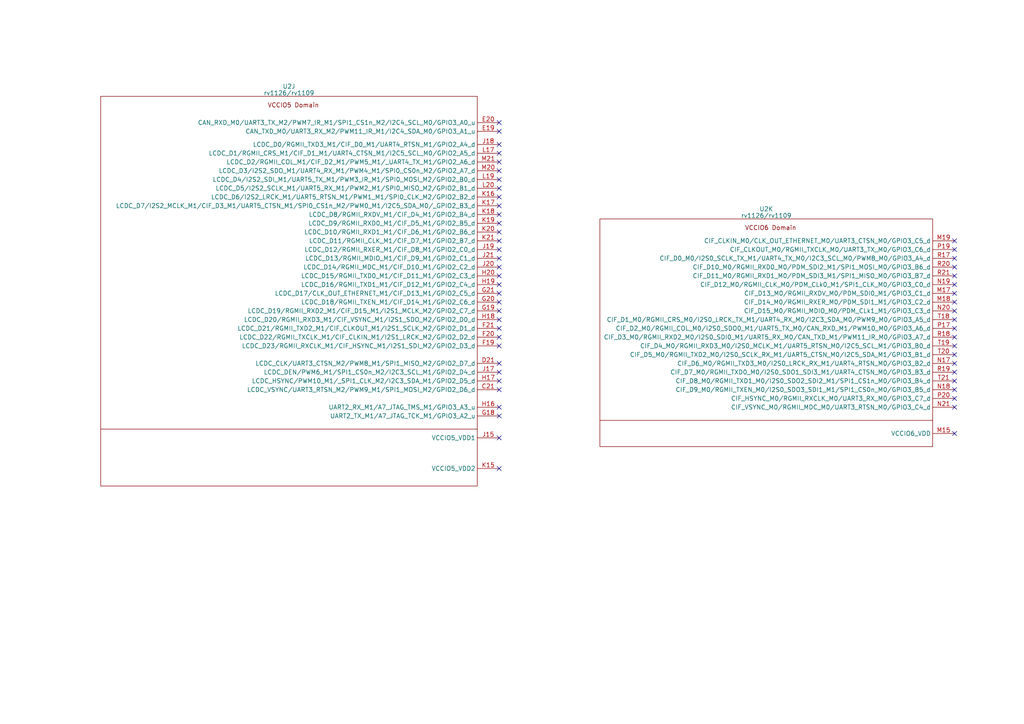
<source format=kicad_sch>
(kicad_sch (version 20230121) (generator eeschema)
  (paper "A4")
  (lib_symbols
    (symbol "CPU_Rockchip:rv1126_rv1109"
      (property "Reference" "U" (at -10.16 33.02 0))
      (property "Value" "rv1126/rv1109" (at 3.81 33.02 0))
      (symbol "rv1126_rv1109_1_1"
        (rectangle (start -17.78 31.75) (end 16.51 -35.56))
        (polyline (pts (xy -17.78 -26.67) (xy 16.51 -26.67)))
        (text "ARM/LOGIC/VEPU/NPU Power" (at -1.27 29.21 0) (effects (font (size 1.27 1.27))))
        (text "Supply for VCCIO1~7 Power" (at -3.81 -29.21 0) (effects (font (size 1.27 1.27))))
        (pin power_in line (at 22.86 -11.43 180) (length 6.35) (name "NPU_VDD_1") (number "H11"))
        (pin power_in line (at 22.86 -13.97 180) (length 6.35) (name "NPU_VDD_2") (number "H12"))
        (pin power_in line (at 22.86 13.97 180) (length 6.35) (name "LOGIC_VDD_2") (number "H13"))
        (pin power_in line (at 22.86 -33.02 180) (length 6.35) (name "VCCIO_VDD_1V8") (number "H14"))
        (pin power_in line (at 22.86 16.51 180) (length 6.35) (name "LOGIC_VDD_1") (number "H9"))
        (pin power_in line (at 22.86 -16.51 180) (length 6.35) (name "NPU_VDD_3") (number "J10"))
        (pin power_in line (at 22.86 -19.05 180) (length 6.35) (name "NPU_VDD_4") (number "J11"))
        (pin power_in line (at 22.86 8.89 180) (length 6.35) (name "LOGIC_VDD_4") (number "J13"))
        (pin power_in line (at 22.86 11.43 180) (length 6.35) (name "LOGIC_VDD_3") (number "J9"))
        (pin power_in line (at 22.86 -21.59 180) (length 6.35) (name "NPU_VDD_5") (number "K10"))
        (pin power_in line (at 22.86 -24.13 180) (length 6.35) (name "NPU_VDD_6") (number "K11"))
        (pin power_in line (at 22.86 6.35 180) (length 6.35) (name "LOGIC_VDD_5") (number "L10"))
        (pin power_in line (at 22.86 0 180) (length 6.35) (name "VEPU_VDD_1") (number "L9"))
        (pin power_in line (at 22.86 3.81 180) (length 6.35) (name "LOGIC_VDD_6") (number "M11"))
        (pin power_in line (at 22.86 -2.54 180) (length 6.35) (name "VEPU_VDD_2") (number "M9"))
        (pin power_in line (at 22.86 25.4 180) (length 6.35) (name "ARM_VDD_1") (number "N12"))
        (pin power_in line (at 22.86 -5.08 180) (length 6.35) (name "VEPU_VDD_3") (number "N8"))
        (pin power_in line (at 22.86 -7.62 180) (length 6.35) (name "VEPU_VDD_4") (number "N9"))
        (pin power_in line (at 22.86 22.86 180) (length 6.35) (name "ARM_VDD_2") (number "P12"))
        (pin power_in line (at 22.86 20.32 180) (length 6.35) (name "ARM_VDD_3") (number "P13"))
      )
      (symbol "rv1126_rv1109_2_1"
        (rectangle (start -19.05 30.48) (end 19.05 -114.3))
        (text "VSS/AVSS" (at 0 24.13 0) (effects (font (size 1.27 1.27))))
        (pin power_in line (at -25.4 27.94 0) (length 6.35) (name "VSS_1") (number "A1"))
        (pin power_in line (at 25.4 -97.79 180) (length 6.35) (name "AVSS_1") (number "A21"))
        (pin power_in line (at 25.4 -88.9 180) (length 6.35) (name "VSS_95") (number "AA1"))
        (pin power_in line (at 25.4 -91.44 180) (length 6.35) (name "VSS_96") (number "AA10"))
        (pin power_in line (at 25.4 -93.98 180) (length 6.35) (name "VSS_97") (number "AA21"))
        (pin power_in line (at -25.4 25.4 0) (length 6.35) (name "VSS_2") (number "B12"))
        (pin power_in line (at -25.4 15.24 0) (length 6.35) (name "VSS_6") (number "C10"))
        (pin power_in line (at -25.4 12.7 0) (length 6.35) (name "VSS_7") (number "C12"))
        (pin power_in line (at -25.4 22.86 0) (length 6.35) (name "VSS_3") (number "C3"))
        (pin power_in line (at -25.4 20.32 0) (length 6.35) (name "VSS_4") (number "C5"))
        (pin power_in line (at -25.4 17.78 0) (length 6.35) (name "VSS_5") (number "C7"))
        (pin power_in line (at -25.4 7.62 0) (length 6.35) (name "VSS_9") (number "D12"))
        (pin power_in line (at 25.4 -100.33 180) (length 6.35) (name "AVSS_2") (number "D18"))
        (pin power_in line (at -25.4 10.16 0) (length 6.35) (name "VSS_8") (number "D9"))
        (pin power_in line (at -25.4 -6.35 0) (length 6.35) (name "VSS_14") (number "E10"))
        (pin power_in line (at -25.4 -8.89 0) (length 6.35) (name "VSS_15") (number "E11"))
        (pin power_in line (at -25.4 -11.43 0) (length 6.35) (name "VSS_16") (number "E12"))
        (pin power_in line (at -25.4 5.08 0) (length 6.35) (name "VSS_10") (number "E4"))
        (pin power_in line (at -25.4 1.27 0) (length 6.35) (name "VSS_11") (number "E6"))
        (pin power_in line (at -25.4 -1.27 0) (length 6.35) (name "VSS_12") (number "E8"))
        (pin power_in line (at -25.4 -3.81 0) (length 6.35) (name "VSS_13") (number "E9"))
        (pin power_in line (at -25.4 -27.94 0) (length 6.35) (name "VSS_22") (number "F10"))
        (pin power_in line (at -25.4 -30.48 0) (length 6.35) (name "VSS_23") (number "F11"))
        (pin power_in line (at -25.4 -33.02 0) (length 6.35) (name "VSS_24") (number "F12"))
        (pin power_in line (at -25.4 -35.56 0) (length 6.35) (name "VSS_25") (number "F13"))
        (pin power_in line (at 25.4 -102.87 180) (length 6.35) (name "AVSS_3") (number "F14"))
        (pin power_in line (at 25.4 -105.41 180) (length 6.35) (name "AVSS_4") (number "F15"))
        (pin power_in line (at -25.4 -13.97 0) (length 6.35) (name "VSS_17") (number "F3"))
        (pin power_in line (at -25.4 -16.51 0) (length 6.35) (name "VSS_18") (number "F5"))
        (pin power_in line (at -25.4 -19.05 0) (length 6.35) (name "VSS_19") (number "F7"))
        (pin power_in line (at -25.4 -21.59 0) (length 6.35) (name "VSS_20") (number "F8"))
        (pin power_in line (at -25.4 -25.4 0) (length 6.35) (name "VSS_21") (number "F9"))
        (pin power_in line (at -25.4 -45.72 0) (length 6.35) (name "VSS_29") (number "G10"))
        (pin power_in line (at -25.4 -48.26 0) (length 6.35) (name "VSS_30") (number "G11"))
        (pin power_in line (at -25.4 -52.07 0) (length 6.35) (name "VSS_31") (number "G12"))
        (pin power_in line (at -25.4 -54.61 0) (length 6.35) (name "VSS_32") (number "G13"))
        (pin power_in line (at 25.4 -107.95 180) (length 6.35) (name "AVSS_5") (number "G16"))
        (pin power_in line (at 25.4 -110.49 180) (length 6.35) (name "AVSS_6") (number "G17"))
        (pin power_in line (at -25.4 -38.1 0) (length 6.35) (name "VSS_26") (number "G2"))
        (pin power_in line (at -25.4 -40.64 0) (length 6.35) (name "VSS_27") (number "G5"))
        (pin power_in line (at -25.4 -43.18 0) (length 6.35) (name "VSS_28") (number "G6"))
        (pin power_in line (at -25.4 -67.31 0) (length 6.35) (name "VSS_37") (number "H10"))
        (pin power_in line (at -25.4 -69.85 0) (length 6.35) (name "VSS_38") (number "H15"))
        (pin power_in line (at -25.4 -57.15 0) (length 6.35) (name "VSS_33") (number "H4"))
        (pin power_in line (at -25.4 -59.69 0) (length 6.35) (name "VSS_34") (number "H5"))
        (pin power_in line (at -25.4 -62.23 0) (length 6.35) (name "VSS_35") (number "H6"))
        (pin power_in line (at -25.4 -64.77 0) (length 6.35) (name "VSS_36") (number "H7"))
        (pin power_in line (at -25.4 -78.74 0) (length 6.35) (name "VSS_41") (number "J12"))
        (pin power_in line (at -25.4 -81.28 0) (length 6.35) (name "VSS_42") (number "J14"))
        (pin power_in line (at -25.4 -83.82 0) (length 6.35) (name "VSS_43") (number "J16"))
        (pin power_in line (at -25.4 -72.39 0) (length 6.35) (name "VSS_39") (number "J5"))
        (pin power_in line (at -25.4 -74.93 0) (length 6.35) (name "VSS_40") (number "J6"))
        (pin power_in line (at -25.4 -96.52 0) (length 6.35) (name "VSS_48") (number "K12"))
        (pin power_in line (at -25.4 -99.06 0) (length 6.35) (name "VSS_49") (number "K13"))
        (pin power_in line (at -25.4 -101.6 0) (length 6.35) (name "VSS_50") (number "K14"))
        (pin power_in line (at -25.4 -86.36 0) (length 6.35) (name "VSS_44") (number "K5"))
        (pin power_in line (at -25.4 -88.9 0) (length 6.35) (name "VSS_45") (number "K6"))
        (pin power_in line (at -25.4 -91.44 0) (length 6.35) (name "VSS_46") (number "K8"))
        (pin power_in line (at -25.4 -93.98 0) (length 6.35) (name "VSS_47") (number "K9"))
        (pin power_in line (at 25.4 20.32 180) (length 6.35) (name "VSS_54") (number "L11"))
        (pin power_in line (at 25.4 17.78 180) (length 6.35) (name "VSS_55") (number "L12"))
        (pin power_in line (at 25.4 15.24 180) (length 6.35) (name "VSS_56") (number "L13"))
        (pin power_in line (at 25.4 12.7 180) (length 6.35) (name "VSS_57") (number "L14"))
        (pin power_in line (at 25.4 10.16 180) (length 6.35) (name "VSS_58") (number "L16"))
        (pin power_in line (at 25.4 27.94 180) (length 6.35) (name "VSS_51") (number "L2"))
        (pin power_in line (at 25.4 25.4 180) (length 6.35) (name "VSS_52") (number "L5"))
        (pin power_in line (at 25.4 22.86 180) (length 6.35) (name "VSS_53") (number "L6"))
        (pin power_in line (at 25.4 -3.81 180) (length 6.35) (name "VSS_63") (number "M10"))
        (pin power_in line (at 25.4 -6.35 180) (length 6.35) (name "VSS_64") (number "M12"))
        (pin power_in line (at 25.4 -8.89 180) (length 6.35) (name "VSS_65") (number "M13"))
        (pin power_in line (at 25.4 -11.43 180) (length 6.35) (name "VSS_66") (number "M14"))
        (pin power_in line (at 25.4 -13.97 180) (length 6.35) (name "VSS_67") (number "M16"))
        (pin power_in line (at 25.4 7.62 180) (length 6.35) (name "VSS_59") (number "M3"))
        (pin power_in line (at 25.4 5.08 180) (length 6.35) (name "VSS_60") (number "M5"))
        (pin power_in line (at 25.4 1.27 180) (length 6.35) (name "VSS_61") (number "M7"))
        (pin power_in line (at 25.4 -1.27 180) (length 6.35) (name "VSS_62") (number "M8"))
        (pin power_in line (at 25.4 -25.4 180) (length 6.35) (name "VSS_71") (number "N10"))
        (pin power_in line (at 25.4 -27.94 180) (length 6.35) (name "VSS_72") (number "N11"))
        (pin power_in line (at 25.4 -30.48 180) (length 6.35) (name "VSS_73") (number "N13"))
        (pin power_in line (at 25.4 -33.02 180) (length 6.35) (name "VSS_74") (number "N14"))
        (pin power_in line (at 25.4 -35.56 180) (length 6.35) (name "VSS_75") (number "N16"))
        (pin power_in line (at 25.4 -16.51 180) (length 6.35) (name "VSS_68") (number "N5"))
        (pin power_in line (at 25.4 -19.05 180) (length 6.35) (name "VSS_69") (number "N6"))
        (pin power_in line (at 25.4 -21.59 180) (length 6.35) (name "VSS_70") (number "N7"))
        (pin power_in line (at 25.4 -48.26 180) (length 6.35) (name "VSS_80") (number "P14"))
        (pin power_in line (at 25.4 -50.8 180) (length 6.35) (name "VSS_81") (number "P16"))
        (pin power_in line (at 25.4 -38.1 180) (length 6.35) (name "VSS_76") (number "P5"))
        (pin power_in line (at 25.4 -40.64 180) (length 6.35) (name "VSS_77") (number "P7"))
        (pin power_in line (at 25.4 -43.18 180) (length 6.35) (name "VSS_78") (number "P8"))
        (pin power_in line (at 25.4 -45.72 180) (length 6.35) (name "VSS_79") (number "P9"))
        (pin power_in line (at 25.4 -54.61 180) (length 6.35) (name "VSS_82") (number "R1"))
        (pin power_in line (at 25.4 -59.69 180) (length 6.35) (name "VSS_84") (number "R12"))
        (pin power_in line (at 25.4 -62.23 180) (length 6.35) (name "VSS_85") (number "R13"))
        (pin power_in line (at 25.4 -64.77 180) (length 6.35) (name "VSS_86") (number "R14"))
        (pin power_in line (at 25.4 -57.15 180) (length 6.35) (name "VSS_83") (number "R5"))
        (pin power_in line (at 25.4 -72.39 180) (length 6.35) (name "VSS_89") (number "T10"))
        (pin power_in line (at 25.4 -74.93 180) (length 6.35) (name "VSS_90") (number "T14"))
        (pin power_in line (at 25.4 -77.47 180) (length 6.35) (name "VSS_91") (number "T17"))
        (pin power_in line (at 25.4 -67.31 180) (length 6.35) (name "VSS_87") (number "T6"))
        (pin power_in line (at 25.4 -69.85 180) (length 6.35) (name "VSS_88") (number "T9"))
        (pin power_in line (at 25.4 -81.28 180) (length 6.35) (name "VSS_92") (number "V17"))
        (pin power_in line (at 25.4 -86.36 180) (length 6.35) (name "VSS_94") (number "W14"))
        (pin power_in line (at 25.4 -83.82 180) (length 6.35) (name "VSS_93") (number "W9"))
      )
      (symbol "rv1126_rv1109_3_1"
        (rectangle (start -15.24 29.21) (end 15.24 -8.89))
        (polyline (pts (xy -15.24 5.08) (xy 15.24 5.08)))
        (polyline (pts (xy -15.24 13.97) (xy 15.24 13.97)))
        (text "MISC" (at -13.97 2.54 0) (effects (font (size 1.27 1.27)) (justify left)))
        (text "OSC/PLL" (at -13.97 26.67 0) (effects (font (size 1.27 1.27)) (justify left)))
        (text "PMUIO" (at -13.97 11.43 0) (effects (font (size 1.27 1.27)) (justify left)))
        (pin output line (at 21.59 22.86 180) (length 6.35) (name "XIN24M") (number "AA9"))
        (pin power_in line (at 21.59 10.16 180) (length 6.35) (name "PMUIO_VDD_0V8") (number "P10"))
        (pin power_in line (at 21.59 19.05 180) (length 6.35) (name "PLL_AVDD_0V8") (number "P11"))
        (pin power_in line (at 21.59 7.62 180) (length 6.35) (name "PMUIO_VDD_1V8") (number "R10"))
        (pin power_in line (at 21.59 16.51 180) (length 6.35) (name "PLL_AVDD_1V8") (number "R11"))
        (pin power_in line (at 21.59 1.27 180) (length 6.35) (name "TVSS") (number "T8"))
        (pin input line (at 21.59 -2.54 180) (length 6.35) (name "nPOR_u") (number "W7"))
        (pin output line (at 21.59 25.4 180) (length 6.35) (name "XOUT24M") (number "Y9"))
      )
      (symbol "rv1126_rv1109_4_1"
        (rectangle (start -26.67 21.59) (end 26.67 -24.13))
        (polyline (pts (xy -26.67 -17.78) (xy 26.67 -17.78)))
        (text "PMUIO0 Domain" (at 1.27 19.05 0) (effects (font (size 1.27 1.27))))
        (pin bidirectional line (at 33.02 -1.27 180) (length 6.35) (name "SPI0_CS0n_M0/GPIO0_A5_u") (number "AA2"))
        (pin bidirectional line (at 33.02 15.24 180) (length 6.35) (name "CLKI_CLKO_32K/GPIO0_A2_z") (number "AA3"))
        (pin power_in line (at 33.02 -21.59 180) (length 6.35) (name "PMUIO0_VDD") (number "R9"))
        (pin bidirectional line (at 33.02 7.62 180) (length 6.35) (name "SDMMC0_DET/GPIO0_A3_u") (number "U7"))
        (pin bidirectional line (at 33.02 -8.89 180) (length 6.35) (name "SPI0_MOSI_M0/GPIO0_A6_d") (number "V6"))
        (pin bidirectional line (at 33.02 -3.81 180) (length 6.35) (name "SPI0_CS1n_M0/GPIO0_A4_u") (number "V7"))
        (pin bidirectional line (at 33.02 -6.35 180) (length 6.35) (name "SPI0_MISO_M0/GPIO0_A7_d") (number "W5"))
        (pin bidirectional line (at 33.02 12.7 180) (length 6.35) (name "CLK_REF/GPIO0_A0_d") (number "W6"))
        (pin bidirectional line (at 33.02 1.27 180) (length 6.35) (name "SPI0_CLK_M0/GPIO0_B0_d") (number "Y4"))
        (pin bidirectional line (at 33.02 -13.97 180) (length 6.35) (name "TSADC_SHUT_M0/TSADC_SHUTORG/GPIO0_A1_z") (number "Y5"))
      )
      (symbol "rv1126_rv1109_5_1"
        (rectangle (start -35.56 25.4) (end 33.02 -27.94))
        (polyline (pts (xy -35.56 -20.32) (xy 33.02 -20.32)))
        (text "PMUIO1 Domain" (at 0 22.86 0) (effects (font (size 1.27 1.27))))
        (pin bidirectional line (at 39.37 -5.08 180) (length 6.35) (name "USB_CTRL/PMU_DEBUG/UART1_CTSN_M0/PWM3_IR_M0/GPIO0_C1_d") (number "AA4"))
        (pin bidirectional line (at 39.37 7.62 180) (length 6.35) (name "I2C2_SCL/PWM4_M0/GPIO0_C2_d") (number "AA6"))
        (pin bidirectional line (at 39.37 13.97 180) (length 6.35) (name "I2C0_SCL/GPIO0_B4_u") (number "AA7"))
        (pin power_in line (at 39.37 -24.13 180) (length 6.35) (name "PMUIO1_VDD") (number "R8"))
        (pin bidirectional line (at 39.37 -8.89 180) (length 6.35) (name "SDMMC0_PWM/UART1_RTSN_M0/PWM2_M0/GPIO0_C0_d") (number "U9"))
        (pin bidirectional line (at 39.37 -13.97 180) (length 6.35) (name "UART1_RX_M0/PWM1_M0/GPIO0_B7_d") (number "V9"))
        (pin bidirectional line (at 39.37 1.27 180) (length 6.35) (name "PMIC_INT/PWM7_IR_M0/GPIO0_B1_d") (number "W10"))
        (pin bidirectional line (at 39.37 -16.51 180) (length 6.35) (name "UART1_TX_M0/PWM0_M0/GPIO0_B6_d") (number "W8"))
        (pin bidirectional line (at 39.37 -1.27 180) (length 6.35) (name "PMIC_SLEEP/TSADC_SHUT_M1/PWM6_M0/GPIO0_B2_d") (number "Y10"))
        (pin bidirectional line (at 39.37 5.08 180) (length 6.35) (name "I2C2_SDA/PWM5_M0/GPIO0_C3_d") (number "Y6"))
        (pin bidirectional line (at 39.37 11.43 180) (length 6.35) (name "I2C0_SDA/GPIO0_B5_u") (number "Y7"))
        (pin bidirectional line (at 39.37 17.78 180) (length 6.35) (name "FLASH_VOL_SEL/GPIO0_B3_d") (number "Y8"))
      )
      (symbol "rv1126_rv1109_6_1"
        (rectangle (start -26.67 24.13) (end 26.67 -30.48))
        (polyline (pts (xy -26.67 -24.13) (xy 26.67 -24.13)))
        (text "VCCIO1 Domain" (at -1.27 21.59 0) (effects (font (size 1.27 1.27))))
        (pin power_in line (at 33.02 -27.94 180) (length 6.35) (name "VCCIO1_VDD") (number "P6"))
        (pin bidirectional line (at 33.02 -12.7 180) (length 6.35) (name "FLASH_RDYn/FSPI_D1/I2S1_SCLK_M0/GPIO1_A1_u") (number "R2"))
        (pin bidirectional line (at 33.02 -7.62 180) (length 6.35) (name "FLASH_WPn/EMMC_RSTn/FSPI_CLK/GPIO1_A3_d") (number "R3"))
        (pin bidirectional line (at 33.02 -17.78 180) (length 6.35) (name "FLASH_RDn/FSPI_D3/I2S1_SDI_M0/GPIO1_A2_u") (number "R4"))
        (pin bidirectional line (at 33.02 -5.08 180) (length 6.35) (name "FLASH_CLE/EMMC_CLKO/GPIO0_D7_d") (number "T1"))
        (pin bidirectional line (at 33.02 -10.16 180) (length 6.35) (name "FLASH_ALE/FSPI_D0/I2S1_LRCK_M0/GPIO1_A0_d") (number "T2"))
        (pin bidirectional line (at 33.02 -15.24 180) (length 6.35) (name "FSPI_D2/I2S1_SDO_M0/GPIO0_D6_d") (number "T3"))
        (pin bidirectional line (at 33.02 -2.54 180) (length 6.35) (name "FLASH_WRn/EMMC_CMD/GPIO0_D5_u") (number "T4"))
        (pin bidirectional line (at 33.02 -20.32 180) (length 6.35) (name "FLASH_CS0n/FSPI_CS0n/I2S1_MCLK_M0/GPIO0_D4_u") (number "U2"))
        (pin bidirectional line (at 33.02 0 180) (length 6.35) (name "FLASH_D7/EMMC_D7/GPIO0_D3_u") (number "U3"))
        (pin bidirectional line (at 33.02 2.54 180) (length 6.35) (name "FLASH_D6/EMMC_D6/GPIO0_D2_u") (number "U4"))
        (pin bidirectional line (at 33.02 5.08 180) (length 6.35) (name "FLASH_D5/EMMC_D5/FSPI_CS1n/GPIO0_D1_u") (number "V1"))
        (pin bidirectional line (at 33.02 7.62 180) (length 6.35) (name "FLASH_D4/EMMC_D4/GPIO0_D0_u") (number "V2"))
        (pin bidirectional line (at 33.02 10.16 180) (length 6.35) (name "FLASH_D3/EMMC_D3/GPIO0_C7_u") (number "V3"))
        (pin bidirectional line (at 33.02 12.7 180) (length 6.35) (name "FLASH_D2/EMMC_D2/GPIO0_C6_u") (number "V4"))
        (pin bidirectional line (at 33.02 15.24 180) (length 6.35) (name "FLASH_D1/EMMC_D1/GPIO0_C5_u") (number "W1"))
        (pin bidirectional line (at 33.02 17.78 180) (length 6.35) (name "FLASH_D0/EMMC_D0/GPIO0_C4_u") (number "W2"))
      )
      (symbol "rv1126_rv1109_7_1"
        (rectangle (start -39.37 24.13) (end 38.1 -7.62))
        (polyline (pts (xy -39.37 0) (xy 38.1 0)))
        (text "VCCIO2 Domain" (at 0 21.59 0) (effects (font (size 1.27 1.27))))
        (pin bidirectional line (at 44.45 17.78 180) (length 6.35) (name "SDMMC0_CLK/UART3_RTSN_M1/RISC-V_JTAG_TDO/GPIO1_B0_u") (number "AA13"))
        (pin power_in line (at 44.45 -3.81 180) (length 6.35) (name "VCCIO2_VDD") (number "T13"))
        (pin bidirectional line (at 44.45 5.08 180) (length 6.35) (name "SDMMC0_D3/UART3_TX_M1/A7_JTAG_TMS_M0/RISC-V_JTAG_TMS/GPIO1_A7_u") (number "U13"))
        (pin bidirectional line (at 44.45 7.62 180) (length 6.35) (name "SDMMC0_D2/UART3_RX_M1/A7_JTAG_TCK_M0/RISC-V_JTAG_TCK/GPIO1_A6_u") (number "V13"))
        (pin bidirectional line (at 44.45 10.16 180) (length 6.35) (name "SDMMC0_D1/TEST_CLK0_OUT/UART2_TX_M0/RISC-V_JTAG_TRSTn/GPIO1_A5_u") (number "W13"))
        (pin bidirectional line (at 44.45 15.24 180) (length 6.35) (name "SDMMC0_CMD/UART3_CTSN_M1/RISC-V_JTAG_TDI/GPIO1_B1_u") (number "Y13"))
        (pin bidirectional line (at 44.45 12.7 180) (length 6.35) (name "SDMMC0_D0/TEST_CLK1_OUT/UART2_RX_M0/GPIO1_A4_u") (number "Y14"))
      )
      (symbol "rv1126_rv1109_8_1"
        (rectangle (start -40.64 16.51) (end 40.64 -38.1))
        (polyline (pts (xy -40.64 -31.75) (xy 40.64 -31.75)))
        (text "VCCIO3 Domain" (at 2.54 13.97 0) (effects (font (size 1.27 1.27))))
        (pin bidirectional line (at 46.99 -19.05 180) (length 6.35) (name "SDIO_PWR/I2C5_SDA_M2/UART1_RX_M1/GPIO1_D1_d") (number "A13"))
        (pin bidirectional line (at 46.99 -21.59 180) (length 6.35) (name "UART0_CTSn/GPIO1_C1_u") (number "A15"))
        (pin bidirectional line (at 46.99 -6.35 180) (length 6.35) (name "SDIO_CMD/GPIO1_B3_u") (number "A16"))
        (pin bidirectional line (at 46.99 6.35 180) (length 6.35) (name "I2S2_MCLK_M0/SDIO_DET/SPI1_CS1n_M1/I2C5_SCL_M2/UART1_TX_M1/GPIO1_D0_d") (number "B13"))
        (pin bidirectional line (at 46.99 -1.27 180) (length 6.35) (name "I2S2_SDO_M0/SPI1_MOSI_M1/FLASH_TRIG_OUT/GPIO1_C4_d") (number "B14"))
        (pin bidirectional line (at 46.99 -24.13 180) (length 6.35) (name "UART0_RTSn/GPIO1_C0_u") (number "B15"))
        (pin bidirectional line (at 46.99 -8.89 180) (length 6.35) (name "SDIO_D0/GPIO1_B4_u") (number "B16"))
        (pin bidirectional line (at 46.99 8.89 180) (length 6.35) (name "I2S2_LRCK_M0/SPI1_CS0n_M1/UART1_CTSn_M1/GPIO1_C7_d") (number "C13"))
        (pin bidirectional line (at 46.99 -29.21 180) (length 6.35) (name "UART0_TX/GPIO1_C3_u") (number "C14"))
        (pin bidirectional line (at 46.99 -16.51 180) (length 6.35) (name "SDIO_D3/GPIO1_B7_u") (number "C15"))
        (pin bidirectional line (at 46.99 -11.43 180) (length 6.35) (name "SDIO_D1/GPIO1_B5_u") (number "C16"))
        (pin bidirectional line (at 46.99 3.81 180) (length 6.35) (name "I2S2_SCLK_M0/SPI1_CLK_M1/PRELIGHT_TRIG_OUT/UART1_RTSn_M1/_GPIO1_C6_d") (number "D13"))
        (pin bidirectional line (at 46.99 -26.67 180) (length 6.35) (name "UART0_RX/GPIO1_C2_u") (number "D14"))
        (pin bidirectional line (at 46.99 -13.97 180) (length 6.35) (name "SDIO_D2/GPIO1_B6_u") (number "D15"))
        (pin bidirectional line (at 46.99 -3.81 180) (length 6.35) (name "SDIO_CLK/GPIO1_B2_d") (number "D16"))
        (pin bidirectional line (at 46.99 1.27 180) (length 6.35) (name "I2S2_SDI_M0/SPI1_MISO_M1/FLASH_TRIG_IN/GPIO1_C5_d") (number "E13"))
        (pin power_in line (at 46.99 -35.56 180) (length 6.35) (name "VCCIO3_VDD") (number "E14"))
      )
      (symbol "rv1126_rv1109_9_1"
        (rectangle (start -30.48 24.13) (end 30.48 -15.24))
        (polyline (pts (xy -30.48 -8.89) (xy 30.48 -8.89)))
        (text "VCCIO4 Domain" (at 1.27 21.59 0) (effects (font (size 1.27 1.27))))
        (pin power_in line (at 36.83 -12.7 180) (length 6.35) (name "VCCIO4_VDD") (number "P15"))
        (pin bidirectional line (at 36.83 -1.27 180) (length 6.35) (name "SPI0_MISO_M1/I2S1_LRCK_M1/I2C3_SDA_M2/GPIO1_D7_d") (number "U18"))
        (pin bidirectional line (at 36.83 3.81 180) (length 6.35) (name "SPI0_CS0n_M1/I2S1_SDI_M1/UART5_TX_M2/GPIO2_A0_d") (number "U19"))
        (pin bidirectional line (at 36.83 6.35 180) (length 6.35) (name "SPI0_CLK_M1/I2S1_SDO_M1/UART5_RX_M2/GPIO2_A1_d") (number "U20"))
        (pin bidirectional line (at 36.83 -3.81 180) (length 6.35) (name "SPI0_MOSI_M1/I2S1_SCLK_M1/I2C3_SCL_M2/GPIO1_D6_d") (number "V19"))
        (pin bidirectional line (at 36.83 1.27 180) (length 6.35) (name "SPI0_CS1n_M1/I2S1_MCLK_M1/UART4_TX_M2/GPIO1_D5_d") (number "V20"))
        (pin bidirectional line (at 36.83 11.43 180) (length 6.35) (name "MIPI_CSI_CLK0/UART5_CTSN_M2/GPIO2_A3_d") (number "V21"))
        (pin bidirectional line (at 36.83 13.97 180) (length 6.35) (name "I2C1_SDA/UART4_RTSN_M2/GPIO1_D2_u") (number "W19"))
        (pin bidirectional line (at 36.83 -6.35 180) (length 6.35) (name "UART4_RX_M2/GPIO1_D4_d") (number "W20"))
        (pin bidirectional line (at 36.83 8.89 180) (length 6.35) (name "MIPI_CSI_CLK1/UART5_RTSN_M2/GPIO2_A2_d") (number "W21"))
        (pin bidirectional line (at 36.83 16.51 180) (length 6.35) (name "I2C1_SCL/UART4_CTSN_M2/GPIO1_D3_u") (number "Y21"))
      )
      (symbol "rv1126_rv1109_10_1"
        (rectangle (start -54.61 29.21) (end 54.61 -83.82))
        (polyline (pts (xy -54.61 -67.31) (xy 54.61 -67.31)))
        (text "VCCIO5 Domain" (at 1.27 26.67 0) (effects (font (size 1.27 1.27))))
        (pin bidirectional line (at 60.96 -55.88 180) (length 6.35) (name "LCDC_VSYNC/UART3_RTSN_M2/PWM9_M1/SPI1_MOSI_M2/GPIO2_D6_d") (number "C21"))
        (pin bidirectional line (at 60.96 -48.26 180) (length 6.35) (name "LCDC_CLK/UART3_CTSN_M2/PWM8_M1/SPI1_MISO_M2/GPIO2_D7_d") (number "D21"))
        (pin bidirectional line (at 60.96 19.05 180) (length 6.35) (name "CAN_TXD_M0/UART3_RX_M2/PWM11_IR_M1/I2C4_SDA_M0/GPIO3_A1_u") (number "E19"))
        (pin bidirectional line (at 60.96 21.59 180) (length 6.35) (name "CAN_RXD_M0/UART3_TX_M2/PWM7_IR_M1/SPI1_CS1n_M2/I2C4_SCL_M0/GPIO3_A0_u") (number "E20"))
        (pin bidirectional line (at 60.96 -43.18 180) (length 6.35) (name "LCDC_D23/RGMII_RXCLK_M1/CIF_HSYNC_M1/I2S1_SDI_M2/GPIO2_D3_d") (number "F19"))
        (pin bidirectional line (at 60.96 -40.64 180) (length 6.35) (name "LCDC_D22/RGMII_TXCLK_M1/CIF_CLKIN_M1/I2S1_LRCK_M2/GPIO2_D2_d") (number "F20"))
        (pin bidirectional line (at 60.96 -38.1 180) (length 6.35) (name "LCDC_D21/RGMII_TXD2_M1/CIF_CLKOUT_M1/I2S1_SCLK_M2/GPIO2_D1_d") (number "F21"))
        (pin bidirectional line (at 60.96 -63.5 180) (length 6.35) (name "UART2_TX_M1/A7_JTAG_TCK_M1/GPIO3_A2_u") (number "G18"))
        (pin bidirectional line (at 60.96 -33.02 180) (length 6.35) (name "LCDC_D19/RGMII_RXD2_M1/CIF_D15_M1/I2S1_MCLK_M2/GPIO2_C7_d") (number "G19"))
        (pin bidirectional line (at 60.96 -30.48 180) (length 6.35) (name "LCDC_D18/RGMII_TXEN_M1/CIF_D14_M1/GPIO2_C6_d") (number "G20"))
        (pin bidirectional line (at 60.96 -27.94 180) (length 6.35) (name "LCDC_D17/CLK_OUT_ETHERNET_M1/CIF_D13_M1/GPIO2_C5_d") (number "G21"))
        (pin bidirectional line (at 60.96 -60.96 180) (length 6.35) (name "UART2_RX_M1/A7_JTAG_TMS_M1/GPIO3_A3_u") (number "H16"))
        (pin bidirectional line (at 60.96 -53.34 180) (length 6.35) (name "LCDC_HSYNC/PWM10_M1/_SPI1_CLK_M2/I2C3_SDA_M1/GPIO2_D5_d") (number "H17"))
        (pin bidirectional line (at 60.96 -35.56 180) (length 6.35) (name "LCDC_D20/RGMII_RXD3_M1/CIF_VSYNC_M1/I2S1_SDO_M2/GPIO2_D0_d") (number "H18"))
        (pin bidirectional line (at 60.96 -25.4 180) (length 6.35) (name "LCDC_D16/RGMII_TXD1_M1/CIF_D12_M1/GPIO2_C4_d") (number "H19"))
        (pin bidirectional line (at 60.96 -22.86 180) (length 6.35) (name "LCDC_D15/RGMII_TXD0_M1/CIF_D11_M1/GPIO2_C3_d") (number "H20"))
        (pin power_in line (at 60.96 -69.85 180) (length 6.35) (name "VCCIO5_VDD1") (number "J15"))
        (pin bidirectional line (at 60.96 -50.8 180) (length 6.35) (name "LCDC_DEN/PWM6_M1/SPI1_CS0n_M2/I2C3_SCL_M1/GPIO2_D4_d") (number "J17"))
        (pin bidirectional line (at 60.96 15.24 180) (length 6.35) (name "LCDC_D0/RGMII_TXD3_M1/CIF_D0_M1/UART4_RTSN_M1/GPIO2_A4_d") (number "J18"))
        (pin bidirectional line (at 60.96 -15.24 180) (length 6.35) (name "LCDC_D12/RGMII_RXER_M1/CIF_D8_M1/GPIO2_C0_d") (number "J19"))
        (pin bidirectional line (at 60.96 -20.32 180) (length 6.35) (name "LCDC_D14/RGMII_MDC_M1/CIF_D10_M1/GPIO2_C2_d") (number "J20"))
        (pin bidirectional line (at 60.96 -17.78 180) (length 6.35) (name "LCDC_D13/RGMII_MDIO_M1/CIF_D9_M1/GPIO2_C1_d") (number "J21"))
        (pin power_in line (at 60.96 -78.74 180) (length 6.35) (name "VCCIO5_VDD2") (number "K15"))
        (pin bidirectional line (at 60.96 0 180) (length 6.35) (name "LCDC_D6/I2S2_LRCK_M1/UART5_RTSN_M1/PWM1_M1/SPI0_CLK_M2/GPIO2_B2_d") (number "K16"))
        (pin bidirectional line (at 60.96 -2.54 180) (length 6.35) (name "LCDC_D7/I2S2_MCLK_M1/CIF_D3_M1/UART5_CTSN_M1/SPI0_CS1n_M2/PWM0_M1/I2C5_SDA_M0/_GPIO2_B3_d") (number "K17"))
        (pin bidirectional line (at 60.96 -5.08 180) (length 6.35) (name "LCDC_D8/RGMII_RXDV_M1/CIF_D4_M1/GPIO2_B4_d") (number "K18"))
        (pin bidirectional line (at 60.96 -7.62 180) (length 6.35) (name "LCDC_D9/RGMII_RXD0_M1/CIF_D5_M1/GPIO2_B5_d") (number "K19"))
        (pin bidirectional line (at 60.96 -10.16 180) (length 6.35) (name "LCDC_D10/RGMII_RXD1_M1/CIF_D6_M1/GPIO2_B6_d") (number "K20"))
        (pin bidirectional line (at 60.96 -12.7 180) (length 6.35) (name "LCDC_D11/RGMII_CLK_M1/CIF_D7_M1/GPIO2_B7_d") (number "K21"))
        (pin bidirectional line (at 60.96 12.7 180) (length 6.35) (name "LCDC_D1/RGMII_CRS_M1/CIF_D1_M1/UART4_CTSN_M1/I2C5_SCL_M0/GPIO2_A5_d") (number "L17"))
        (pin bidirectional line (at 60.96 5.08 180) (length 6.35) (name "LCDC_D4/I2S2_SDI_M1/UART5_TX_M1/PWM3_IR_M1/SPI0_MOSI_M2/GPIO2_B0_d") (number "L19"))
        (pin bidirectional line (at 60.96 2.54 180) (length 6.35) (name "LCDC_D5/I2S2_SCLK_M1/UART5_RX_M1/PWM2_M1/SPI0_MISO_M2/GPIO2_B1_d") (number "L20"))
        (pin bidirectional line (at 60.96 7.62 180) (length 6.35) (name "LCDC_D3/I2S2_SDO_M1/UART4_RX_M1/PWM4_M1/SPI0_CS0n_M2/GPIO2_A7_d") (number "M20"))
        (pin bidirectional line (at 60.96 10.16 180) (length 6.35) (name "LCDC_D2/RGMII_COL_M1/CIF_D2_M1/PWM5_M1/_UART4_TX_M1/GPIO2_A6_d") (number "M21"))
      )
      (symbol "rv1126_rv1109_11_1"
        (rectangle (start -48.26 26.67) (end 48.26 -39.37))
        (polyline (pts (xy -48.26 -31.75) (xy 48.26 -31.75)))
        (text "VCCIO6 Domain" (at 1.27 24.13 0) (effects (font (size 1.27 1.27))))
        (pin power_in line (at 54.61 -35.56 180) (length 6.35) (name "VCCIO6_VDD") (number "M15"))
        (pin bidirectional line (at 54.61 5.08 180) (length 6.35) (name "CIF_D13_M0/RGMII_RXDV_M0/PDM_SDI0_M1/GPIO3_C1_d") (number "M17"))
        (pin bidirectional line (at 54.61 2.54 180) (length 6.35) (name "CIF_D14_M0/RGMII_RXER_M0/PDM_SDI1_M1/GPIO3_C2_d") (number "M18"))
        (pin bidirectional line (at 54.61 20.32 180) (length 6.35) (name "CIF_CLKIN_M0/CLK_OUT_ETHERNET_M0/UART3_CTSN_M0/GPIO3_C5_d") (number "M19"))
        (pin bidirectional line (at 54.61 -15.24 180) (length 6.35) (name "CIF_D6_M0/RGMII_TXD3_M0/I2S0_LRCK_RX_M1/UART4_RTSN_M0/GPIO3_B2_d") (number "N17"))
        (pin bidirectional line (at 54.61 -22.86 180) (length 6.35) (name "CIF_D9_M0/RGMII_TXEN_M0/I2S0_SDO3_SDI1_M1/SPI1_CS0n_M0/GPIO3_B5_d") (number "N18"))
        (pin bidirectional line (at 54.61 7.62 180) (length 6.35) (name "CIF_D12_M0/RGMII_CLK_M0/PDM_CLk0_M1/SPI1_CLK_M0/GPIO3_C0_d") (number "N19"))
        (pin bidirectional line (at 54.61 0 180) (length 6.35) (name "CIF_D15_M0/RGMII_MDIO_M0/PDM_CLk1_M1/GPIO3_C3_d") (number "N20"))
        (pin bidirectional line (at 54.61 -27.94 180) (length 6.35) (name "CIF_VSYNC_M0/RGMII_MDC_M0/UART3_RTSN_M0/GPIO3_C4_d") (number "N21"))
        (pin bidirectional line (at 54.61 -5.08 180) (length 6.35) (name "CIF_D2_M0/RGMII_COL_M0/I2S0_SDO0_M1/UART5_TX_M0/CAN_RXD_M1/PWM10_M0/GPIO3_A6_d") (number "P17"))
        (pin bidirectional line (at 54.61 17.78 180) (length 6.35) (name "CIF_CLKOUT_M0/RGMII_TXCLK_M0/UART3_TX_M0/GPIO3_C6_d") (number "P19"))
        (pin bidirectional line (at 54.61 -25.4 180) (length 6.35) (name "CIF_HSYNC_M0/RGMII_RXCLK_M0/UART3_RX_M0/GPIO3_C7_d") (number "P20"))
        (pin bidirectional line (at 54.61 15.24 180) (length 6.35) (name "CIF_D0_M0/I2S0_SCLK_TX_M1/UART4_TX_M0/I2C3_SCL_M0/PWM8_M0/GPIO3_A4_d") (number "R17"))
        (pin bidirectional line (at 54.61 -7.62 180) (length 6.35) (name "CIF_D3_M0/RGMII_RXD2_M0/I2S0_SDI0_M1/UART5_RX_M0/CAN_TXD_M1/PWM11_IR_M0/GPIO3_A7_d") (number "R18"))
        (pin bidirectional line (at 54.61 -17.78 180) (length 6.35) (name "CIF_D7_M0/RGMII_TXD0_M0/I2S0_SDO1_SDI3_M1/UART4_CTSN_M0/GPIO3_B3_d") (number "R19"))
        (pin bidirectional line (at 54.61 12.7 180) (length 6.35) (name "CIF_D10_M0/RGMII_RXD0_M0/PDM_SDI2_M1/SPI1_MOSI_M0/GPIO3_B6_d") (number "R20"))
        (pin bidirectional line (at 54.61 10.16 180) (length 6.35) (name "CIF_D11_M0/RGMII_RXD1_M0/PDM_SDI3_M1/SPI1_MISO_M0/GPIO3_B7_d") (number "R21"))
        (pin bidirectional line (at 54.61 -2.54 180) (length 6.35) (name "CIF_D1_M0/RGMII_CRS_M0/I2S0_LRCK_TX_M1/UART4_RX_M0/I2C3_SDA_M0/PWM9_M0/GPIO3_A5_d") (number "T18"))
        (pin bidirectional line (at 54.61 -10.16 180) (length 6.35) (name "CIF_D4_M0/RGMII_RXD3_M0/I2S0_MCLK_M1/UART5_RTSN_M0/I2C5_SCL_M1/GPIO3_B0_d") (number "T19"))
        (pin bidirectional line (at 54.61 -12.7 180) (length 6.35) (name "CIF_D5_M0/RGMII_TXD2_M0/I2S0_SCLK_RX_M1/UART5_CTSN_M0/I2C5_SDA_M1/GPIO3_B1_d") (number "T20"))
        (pin bidirectional line (at 54.61 -20.32 180) (length 6.35) (name "CIF_D8_M0/RGMII_TXD1_M0/I2S0_SDO2_SDI2_M1/SPI1_CS1n_M0/GPIO3_B4_d") (number "T21"))
      )
      (symbol "rv1126_rv1109_12_1"
        (rectangle (start -45.72 20.32) (end 45.72 -19.05))
        (polyline (pts (xy -45.72 -11.43) (xy 45.72 -11.43)))
        (text "VCCIO7 Domain" (at 2.54 17.78 0) (effects (font (size 1.27 1.27))))
        (pin bidirectional line (at 52.07 1.27 180) (length 6.35) (name "I2S0_SDI0_M0/PDM_SDI0_M0/ACODEC_DAC_DATAL/GPIO3_D6_d") (number "AA12"))
        (pin bidirectional line (at 52.07 -3.81 180) (length 6.35) (name "I2S0_SDO1_SDI3_M0/PDM_SDI3_M0/ACODEC_ADC_DATA/GPIO3_D7_d") (number "T11"))
        (pin power_in line (at 52.07 -15.24 180) (length 6.35) (name "VCCIO7_VDD") (number "T12"))
        (pin bidirectional line (at 52.07 -6.35 180) (length 6.35) (name "I2S0_SDO2_SDI2_M0/PDM_SDI2_M0/AUDPWM_L_M0/I2C4_SCL_M1/AUDDSM_RN/GPIO4_A0_d") (number "U11"))
        (pin bidirectional line (at 52.07 8.89 180) (length 6.35) (name "I2S0_MCLK_M0/GPIO3_D2_d") (number "U12"))
        (pin bidirectional line (at 52.07 -8.89 180) (length 6.35) (name "I2S0_SDO3_SDI1_M0/PDM_SDI1_M0/AUDPWM_R_M0/I2C4_SDA_M1/AUDDSM_RP/GPIO4_A1_d") (number "V11"))
        (pin bidirectional line (at 52.07 6.35 180) (length 6.35) (name "I2S0_SCLK_RX_M0/PDM_CLk1_M0/ACODEC_ADC_CLK/GPIO3_D1_d") (number "V12"))
        (pin bidirectional line (at 52.07 11.43 180) (length 6.35) (name "2S0_LRCK_TX_M0/ACODEC_DAC_SYNC/AUDPWM_L_M1/AUDDSM_LN/GPIO3_D3_d") (number "W11"))
        (pin bidirectional line (at 52.07 3.81 180) (length 6.35) (name "I2S0_SCLK_TX_M0/ACODEC_DAC_CLK/GPIO3_D0_d") (number "W12"))
        (pin bidirectional line (at 52.07 -1.27 180) (length 6.35) (name "I2S0_SDO0_M0/ACODEC_DAC_DATAR/AUDPWM_R_M1/AUDDSM_LP/GPIO3_D5_d") (number "Y11"))
        (pin bidirectional line (at 52.07 13.97 180) (length 6.35) (name "I2S0_LRCK_RX_M0/PDM_CLk0_M0/ACODEC_ADC_SYNC/GPIO3_D4_d") (number "Y12"))
      )
      (symbol "rv1126_rv1109_13_1"
        (rectangle (start -16.51 11.43) (end 16.51 -16.51))
        (polyline (pts (xy 16.51 -10.16) (xy -16.51 -10.16)))
        (text "ADC" (at 0 8.89 0) (effects (font (size 1.27 1.27))))
        (pin input line (at 22.86 -2.54 180) (length 6.35) (name "ADCIN3") (number "A18"))
        (pin input line (at 22.86 -7.62 180) (length 6.35) (name "ADCIN5") (number "B17"))
        (pin input line (at 22.86 0 180) (length 6.35) (name "ADCIN2") (number "B18"))
        (pin input line (at 22.86 -5.08 180) (length 6.35) (name "ADCIN4") (number "C17"))
        (pin input line (at 22.86 2.54 180) (length 6.35) (name "ADCIN1") (number "D17"))
        (pin power_in line (at 22.86 -12.7 180) (length 6.35) (name "ADC_AVDD_1V8") (number "E16"))
        (pin input line (at 22.86 5.08 180) (length 6.35) (name "ADCIN0") (number "E17"))
      )
      (symbol "rv1126_rv1109_14_0"
        (pin bidirectional line (at -26.67 20.32 0) (length 2.54) (name "") (number ""))
      )
      (symbol "rv1126_rv1109_14_1"
        (rectangle (start -20.32 31.75) (end 91.44 -102.87))
        (text "DDR" (at 31.75 29.21 0) (effects (font (size 1.27 1.27))))
        (pin output line (at 97.79 7.62 180) (length 6.35) (name "LPDDR4_CLKN_A/DDR4_A10/LPDDR3_A8/DDR3_A8") (number "A10"))
        (pin output line (at 97.79 -7.62 180) (length 6.35) (name "LPDDR4_CS1n_B/DDR4_A14_Wen/DDR3_A14") (number "A11"))
        (pin output line (at 97.79 -5.08 180) (length 6.35) (name "LPDDR4_A3_A/DDR4_A13/DDR3_A13") (number "A12"))
        (pin bidirectional line (at -26.67 -71.12 0) (length 6.35) (name "DDR_DQ24/LPDDR4_D8_B/LPDDR3_D30") (number "A2"))
        (pin bidirectional line (at -26.67 -73.66 0) (length 6.35) (name "DDR_DQ25/LPDDR4_D9_B/LPDDR3_D31") (number "A3"))
        (pin output line (at 97.79 -43.18 180) (length 6.35) (name "LPDDR4_A3_B/DDR4_ACTn/LPDDR3_CKE/DDR3_CKE") (number "A4"))
        (pin output line (at 97.79 -50.8 180) (length 6.35) (name "LPDDR4_A4_B/DDR4_ODT0/LPDDR3_CS0n/DDR3_CS0n") (number "A5"))
        (pin output line (at 97.79 -30.48 180) (length 6.35) (name "LPDDR4_CKE1_B/DDR4_BA1/DDR3_WEn") (number "A6"))
        (pin output line (at 97.79 -2.54 180) (length 6.35) (name "LPDDR4_ODT0_B/DDR4_A5/DDR3_A12") (number "A7"))
        (pin output line (at 97.79 25.4 180) (length 6.35) (name "LPDDR4_CKE0_A/DDR4_A8/LPDDR3_A1/DDR3_A1") (number "A8"))
        (pin output line (at 97.79 12.7 180) (length 6.35) (name "LPDDR4_CLKP_A/DDR4_A4/LPDDR3_A6/DDR3_A6") (number "A9"))
        (pin bidirectional line (at -26.67 -86.36 0) (length 6.35) (name "DDR_DQ30/LPDDR4_D14_B/LPDDR3_D26") (number "B1"))
        (pin output line (at 97.79 0 180) (length 6.35) (name "LPDDR4_CS0n_B/DDR4_A16_RASn/DDR3_A11") (number "B10"))
        (pin output line (at 97.79 5.08 180) (length 6.35) (name "LPDDR4_A4_A/DDR4_A2/LPDDR3_A9/DDR3_A9") (number "B11"))
        (pin bidirectional line (at -26.67 -88.9 0) (length 6.35) (name "DDR_DQ31/LPDDR4_D15_B/LPDDR3_D27") (number "B2"))
        (pin bidirectional line (at -26.67 -92.71 0) (length 6.35) (name "DDR_DM3/LPDDR4_DM1_B/LPDDR3_DM3") (number "B3"))
        (pin output line (at 97.79 -45.72 180) (length 6.35) (name "LPDDR4_A2_B/DDR4_CS0n/LPDDR3_ODT0/DDR3_ODT0") (number "B4"))
        (pin output line (at 97.79 2.54 180) (length 6.35) (name "LPDDR4_A0_B/DDR4_A15_CASn/DDR3_A10") (number "B5"))
        (pin output line (at 97.79 -10.16 180) (length 6.35) (name "LPDDR4_A5_B/DDR4_A3/DDR3_A15") (number "B6"))
        (pin output line (at 97.79 -17.78 180) (length 6.35) (name "LPDDR4_CKE0_B/DDR4_A1/DDR3_BA1") (number "B7"))
        (pin output line (at 97.79 17.78 180) (length 6.35) (name "LPDDR4_ODT0_A/DDR4_A7/LPDDR3_A4/DDR3_A4") (number "B8"))
        (pin output line (at 97.79 15.24 180) (length 6.35) (name "LPDDR4_A5_A/DDR4_A9/LPDDR3_A5/DDR3_A5") (number "B9"))
        (pin bidirectional line (at -26.67 -20.32 0) (length 6.35) (name "DDR_DQ14/LPDDR4_D6_B/LPDDR3_D14") (number "C1"))
        (pin output line (at 97.79 10.16 180) (length 6.35) (name "LPDDR4_A2_A/DDR4_A11/LPDDR3_A7/DDR3_A7") (number "C11"))
        (pin bidirectional line (at -26.67 -22.86 0) (length 6.35) (name "DDR_DQ15/LPDDR4_D7_B/LPDDR3_D15") (number "C2"))
        (pin output line (at 97.79 -59.69 180) (length 6.35) (name "DDR_RESETn") (number "C4"))
        (pin output line (at 97.79 -27.94 180) (length 6.35) (name "LPDDR4_A1_B/DDR4_CKE/DDR3_CASn") (number "C6"))
        (pin output line (at 97.79 -20.32 180) (length 6.35) (name "LPDDR4_A0_A/DDR4_A6/DDR3_BA2") (number "C8"))
        (pin output line (at 97.79 20.32 180) (length 6.35) (name "LPDDR4_CKE1_A/DDR4_A0/LPDDR3_A3/DDR3_A3") (number "C9"))
        (pin bidirectional line (at -26.67 -7.62 0) (length 6.35) (name "DDR_DQ9/LPDDR4_D1_B/LPDDR3_D11") (number "D1"))
        (pin output line (at 97.79 27.94 180) (length 6.35) (name "LPDDR4_ODT1_B/DDR4_ODT1/LPDDR3_A0/DDR3_A0") (number "D10"))
        (pin output line (at 97.79 22.86 180) (length 6.35) (name "LPDDR4_ODT1_A/DDR4_BG1/LPDDR3_A2/DDR3_A2") (number "D11"))
        (pin bidirectional line (at -26.67 -5.08 0) (length 6.35) (name "DDR_DQ8/LPDDR4_D10_B/LPDDR3_D0") (number "D2"))
        (pin bidirectional line (at -26.67 -96.52 0) (length 6.35) (name "DDR_DQS3P/LPDDR4_DQS1P_B/LPDDR3_DQS3P") (number "D3"))
        (pin output line (at 97.79 -35.56 180) (length 6.35) (name "LPDDR4_CLKP_B/DDR4_CLKP/LPDDR3_CLKP/DDR3_CLKP") (number "D4"))
        (pin output line (at 97.79 -38.1 180) (length 6.35) (name "LPDDR4_CLKN_B/DDR4_CLKN/LPDDR3_CLKN/DDR3_CLKN") (number "D5"))
        (pin output line (at 97.79 -48.26 180) (length 6.35) (name "LPDDR4_CS1n_A/DDR4_BG0/LPDDR3_ODT1/DDR3_ODT1") (number "D6"))
        (pin output line (at 97.79 -25.4 180) (length 6.35) (name "LPDDR4_A1_A/DDR4_A12/DDR3_RASn") (number "D7"))
        (pin output line (at 97.79 -15.24 180) (length 6.35) (name "DDR4_CS1n/DDR3_BA0") (number "D8"))
        (pin bidirectional line (at -26.67 -17.78 0) (length 6.35) (name "DDR_DQ13/LPDDR4_D5_B/LPDDR3_D13") (number "E1"))
        (pin bidirectional line (at -26.67 -26.67 0) (length 6.35) (name "DDR_DM1/LPDDR4_DM0_B/LPDDR3_DM1") (number "E2"))
        (pin bidirectional line (at -26.67 -99.06 0) (length 6.35) (name "DDR_DQS3N/LPDDR4_DQS1N_B/LPDDR3_DQS3N") (number "E3"))
        (pin output line (at 97.79 -62.23 180) (length 6.35) (name "DDR_RZQ") (number "E5"))
        (pin output line (at 97.79 -53.34 180) (length 6.35) (name "LPDDR4_CS0n_A/DDR4_BA0/LPDDR3_CS1n/DDR3_CS1n") (number "E7"))
        (pin bidirectional line (at -26.67 -33.02 0) (length 6.35) (name "DDR_DQS1N/LPDDR4_DQS0N_B/LPDDR3_DQS1N") (number "F1"))
        (pin bidirectional line (at -26.67 -30.48 0) (length 6.35) (name "DDR_DQS1P/LPDDR4_DQS0P_B/LPDDR3_DQS01P") (number "F2"))
        (pin bidirectional line (at -26.67 -78.74 0) (length 6.35) (name "DDR_DQ27/LPDDR4_D11_B/LPDDR3_D29") (number "F4"))
        (pin power_in line (at 97.79 -67.31 180) (length 6.35) (name "DDR_AVSS") (number "F6"))
        (pin bidirectional line (at -26.67 -15.24 0) (length 6.35) (name "DDR_DQ12/LPDDR4_D4_B/LPDDR3_D12") (number "G1"))
        (pin bidirectional line (at -26.67 -83.82 0) (length 6.35) (name "DDR_DQ29/LPDDR4_D13_B/LPDDR3_D25") (number "G3"))
        (pin bidirectional line (at -26.67 -76.2 0) (length 6.35) (name "DDR_DQ26/LPDDR4_D10_B/LPDDR3_D28") (number "G4"))
        (pin power_in line (at 97.79 -78.74 180) (length 6.35) (name "DDR_VDD1") (number "G7"))
        (pin power_in line (at 97.79 -81.28 180) (length 6.35) (name "DDR_VDD2") (number "G8"))
        (pin power_in line (at 97.79 -83.82 180) (length 6.35) (name "DDR_VDD3") (number "G9"))
        (pin bidirectional line (at -26.67 -12.7 0) (length 6.35) (name "DDR_DQ11/LPDDR4_D3_B/LPDDR3_D9") (number "H1"))
        (pin bidirectional line (at -26.67 -10.16 0) (length 6.35) (name "DDR_DQ10/LPDDR4_D2_B/LPDDR3_D8") (number "H2"))
        (pin bidirectional line (at -26.67 -81.28 0) (length 6.35) (name "DDR_DQ28/LPDDR4_D12_B/LPDDR3_D24") (number "H3"))
        (pin power_in line (at 97.79 -86.36 180) (length 6.35) (name "DDR_VDD4") (number "H8"))
        (pin bidirectional line (at -26.67 -43.18 0) (length 6.35) (name "DDR_DQ18/LPDDR4_D2_A/LPDDR3_D23") (number "J1"))
        (pin bidirectional line (at -26.67 -45.72 0) (length 6.35) (name "DDR_DQ19/LPDDR4_D3_A/LPDDR3_D22") (number "J2"))
        (pin bidirectional line (at -26.67 17.78 0) (length 6.35) (name "DDR_DQ4/LPDDR4_D12_A/LPDDR3_D3") (number "J3"))
        (pin bidirectional line (at -26.67 25.4 0) (length 6.35) (name "DDR_DQ1/LPDDR4_D9_A/LPDDR3_D6") (number "J4"))
        (pin power_in line (at 97.79 -88.9 180) (length 6.35) (name "DDR_VDD5") (number "J7"))
        (pin bidirectional line (at -26.67 -38.1 0) (length 6.35) (name "DDR_DQ16/LPDDR4_D0_A/LPDDR3_D19") (number "K1"))
        (pin bidirectional line (at -26.67 -40.64 0) (length 6.35) (name "DDR_DQ17/LPDDR4_D1_A/LPDDR3_D18") (number "K2"))
        (pin bidirectional line (at -26.67 15.24 0) (length 6.35) (name "DDR_DQ5/LPDDR4_D13_A/LPDDR3_D7") (number "K3"))
        (pin bidirectional line (at -26.67 27.94 0) (length 6.35) (name "DDR_DQ0/LPDDR4_D8_A/LPDDR3_D2") (number "K4"))
        (pin power_in line (at 97.79 -91.44 180) (length 6.35) (name "DDR_VDD6") (number "K7"))
        (pin bidirectional line (at -26.67 -50.8 0) (length 6.35) (name "DDR_DQ21/LPDDR4_D5_A/LPDDR3_D16") (number "L1"))
        (pin bidirectional line (at -26.67 0 0) (length 6.35) (name "DDR_DQS0N/LPDDR4_DQS1N_A/LPDDR3_DQS0N") (number "L3"))
        (pin bidirectional line (at -26.67 2.54 0) (length 6.35) (name "DDR_DQS0P/LPDDR4_DQS1P_A/LPDDR3_DQS0P") (number "L4"))
        (pin power_in line (at 97.79 -93.98 180) (length 6.35) (name "DDR_VDD7") (number "L7"))
        (pin bidirectional line (at -26.67 -53.34 0) (length 6.35) (name "DDR_DQ22/LPDDR4_D6_A/LPDDR3_D17") (number "M1"))
        (pin bidirectional line (at -26.67 -59.69 0) (length 6.35) (name "DDR_DM2/LPDDR4_DM0_A/LPDDR3_DM2") (number "M2"))
        (pin bidirectional line (at -26.67 12.7 0) (length 6.35) (name "DDR_DQ6/LPDDR4_D14_A/LPDDR3_D5") (number "M4"))
        (pin power_out line (at 97.79 -69.85 180) (length 6.35) (name "DDR_VREF") (number "M6"))
        (pin bidirectional line (at -26.67 -66.04 0) (length 6.35) (name "DDR_DQS2N/LPDDR4_DQS0N_A/LPDDR3_DQS2N") (number "N1"))
        (pin bidirectional line (at -26.67 -63.5 0) (length 6.35) (name "DDR_DQS2P/LPDDR4_DQS0P_A/LPDDR3_DQS2P") (number "N2"))
        (pin bidirectional line (at -26.67 6.35 0) (length 6.35) (name "DDR_DM0/LPDDR4_DM1_A/LPDDR3_DM0") (number "N3"))
        (pin bidirectional line (at -26.67 20.32 0) (length 6.35) (name "DDR_DQ3/LPDDR4_D11_A/LPDDR3_D0") (number "N4"))
        (pin bidirectional line (at -26.67 -55.88 0) (length 6.35) (name "DDR_DQ23/LPDDR4_D7_A/LPDDR3_D20") (number "P1"))
        (pin bidirectional line (at -26.67 -48.26 0) (length 6.35) (name "DDR_DQ20/LPDDR4_D4_A/LPDDR3_D21") (number "P2"))
        (pin bidirectional line (at -26.67 10.16 0) (length 6.35) (name "DDR_DQ7/LPDDR4_D15_A/LPDDR3_D1") (number "P3"))
        (pin bidirectional line (at -26.67 22.86 0) (length 6.35) (name "DDR_DQ2/LPDDR4_D10_A/LPDDR3_D4") (number "P4"))
      )
      (symbol "rv1126_rv1109_15_1"
        (rectangle (start -16.51 31.75) (end 16.51 -69.85))
        (polyline (pts (xy -16.51 -19.05) (xy 16.51 -19.05)))
        (text "MIPI CSI RX0" (at -1.27 29.21 0) (effects (font (size 1.27 1.27))))
        (text "MIPI CSI RX1" (at 0 -21.59 0) (effects (font (size 1.27 1.27))))
        (pin input line (at 22.86 2.54 180) (length 6.35) (name "MIPI_CSI_RX0_D3P/LVDS0_RX3P") (number "AA15"))
        (pin input line (at 22.86 0 180) (length 6.35) (name "MIPI_CSI_RX0_D3N/LVDS0_RX3N") (number "AA16"))
        (pin input line (at 22.86 -40.64 180) (length 6.35) (name "MIPI_CSI_RX1_D2P/LVDS1_RX2P") (number "AA18"))
        (pin input line (at 22.86 -33.02 180) (length 6.35) (name "MIPI_CSI_RX1_D1P/LVDS1_RX1P") (number "AA19"))
        (pin input line (at 22.86 -25.4 180) (length 6.35) (name "MIPI_CSI_RX1_D0P/LVDS1_RX0P") (number "AA20"))
        (pin power_in line (at 22.86 -63.5 180) (length 6.35) (name "MIPI_CSI_RX1_AVDD_0V8") (number "R15"))
        (pin power_in line (at 22.86 -66.04 180) (length 6.35) (name "MIPI_CSI_RX1_AVDD_1V8") (number "R16"))
        (pin power_in line (at 22.86 -12.7 180) (length 6.35) (name "MIPI_CSI_RX0_AVDD_0V8") (number "T15"))
        (pin power_in line (at 22.86 -15.24 180) (length 6.35) (name "MIPI_CSI_RX0_AVDD_1V8") (number "T16"))
        (pin input line (at 22.86 -5.08 180) (length 6.35) (name "MIPI_CSI_RX0_CLKP/LVDS0_CLKP") (number "U15"))
        (pin input line (at 22.86 22.86 180) (length 6.35) (name "MIPI_CSI_RX0_D0N/LVDS0_RX0N") (number "U16"))
        (pin input line (at 22.86 -7.62 180) (length 6.35) (name "MIPI_CSI_RX0_CLKN/LVDS0_CLKN") (number "V15"))
        (pin input line (at 22.86 25.4 180) (length 6.35) (name "MIPI_CSI_RX0_D0P/LVDS0_RX0P") (number "V16"))
        (pin input line (at 22.86 -55.88 180) (length 6.35) (name "MIPI_CSI_RX1_CLKP/LVDS1_CLKP") (number "V18"))
        (pin input line (at 22.86 10.16 180) (length 6.35) (name "MIPI_CSI_RX0_D2P/LVDS0_RX2P") (number "W15"))
        (pin input line (at 22.86 15.24 180) (length 6.35) (name "MIPI_CSI_RX0_D1N/LVDS0_RX1N") (number "W16"))
        (pin input line (at 22.86 -50.8 180) (length 6.35) (name "MIPI_CSI_RX1_D3N/LVDS1_RX3N") (number "W17"))
        (pin input line (at 22.86 -58.42 180) (length 6.35) (name "MIPI_CSI_RX1_CLKN/LVDS1_CLKN") (number "W18"))
        (pin input line (at 22.86 7.62 180) (length 6.35) (name "MIPI_CSI_RX0_D2N/LVDS0_RX2N") (number "Y15"))
        (pin input line (at 22.86 17.78 180) (length 6.35) (name "MIPI_CSI_RX0_D1P/LVDS0_RX1P") (number "Y16"))
        (pin input line (at 22.86 -48.26 180) (length 6.35) (name "MIPI_CSI_RX1_D3P/LVDS1_RX3P") (number "Y17"))
        (pin input line (at 22.86 -43.18 180) (length 6.35) (name "MIPI_CSI_RX1_D2N/LVDS1_RX2N") (number "Y18"))
        (pin input line (at 22.86 -35.56 180) (length 6.35) (name "MIPI_CSI_RX1_D1N/LVDS1_RX1N") (number "Y19"))
        (pin input line (at 22.86 -27.94 180) (length 6.35) (name "MIPI_CSI_RX1_D0N/LVDS1_RX0N") (number "Y20"))
      )
      (symbol "rv1126_rv1109_16_1"
        (rectangle (start -17.78 30.48) (end 17.78 -24.13))
        (polyline (pts (xy 17.78 -12.7) (xy -17.78 -12.7)))
        (text "MIPI DSI TX0" (at 0 27.94 0) (effects (font (size 1.27 1.27))))
        (pin input line (at 24.13 24.13 180) (length 6.35) (name "MIPI_DSI_TX0_D0P") (number "A19"))
        (pin input line (at 24.13 16.51 180) (length 6.35) (name "MIPI_DSI_TX0_D1P") (number "A20"))
        (pin input line (at 24.13 21.59 180) (length 6.35) (name "MIPI_DSI_TX0_D0N") (number "B19"))
        (pin input line (at 24.13 13.97 180) (length 6.35) (name "MIPI_DSI_TX0_D1N") (number "B20"))
        (pin input line (at 24.13 8.89 180) (length 6.35) (name "MIPI_DSI_TX0_D2P") (number "B21"))
        (pin input line (at 24.13 -8.89 180) (length 6.35) (name "MIPI_DSI_TX0_CLKN") (number "C18"))
        (pin input line (at 24.13 -6.35 180) (length 6.35) (name "MIPI_DSI_TX0_CLKP") (number "C19"))
        (pin input line (at 24.13 6.35 180) (length 6.35) (name "MIPI_DSI_TX0_D2N") (number "C20"))
        (pin input line (at 24.13 -1.27 180) (length 6.35) (name "MIPI_DSI_TX0_D3N") (number "D19"))
        (pin input line (at 24.13 1.27 180) (length 6.35) (name "MIPI_DSI_TX0_D3P") (number "D20"))
        (pin power_in line (at 24.13 -16.51 180) (length 6.35) (name "MIPI_DSI_TX0_AVDD_0V8") (number "E18"))
        (pin power_in line (at 24.13 -21.59 180) (length 6.35) (name "MIPI_DSI_TX0_AVDD_1V8") (number "G15"))
      )
      (symbol "rv1126_rv1109_17_1"
        (rectangle (start -16.51 25.4) (end 16.51 -33.02))
        (polyline (pts (xy 16.51 -16.51) (xy -16.51 -16.51)))
        (text "USB 2.0" (at -1.27 22.86 0) (effects (font (size 1.27 1.27))))
        (pin power_in line (at 22.86 -20.32 180) (length 6.35) (name "USB_AVDD_0V8") (number "R6"))
        (pin power_in line (at 22.86 -25.4 180) (length 6.35) (name "USB_AVDD_1V8") (number "R7"))
        (pin power_in line (at 22.86 -30.48 180) (length 6.35) (name "USB_AVDD_3V3") (number "T7"))
        (pin input line (at 22.86 -11.43 180) (length 6.35) (name "HOST_EXTR") (number "U5"))
        (pin input line (at 22.86 2.54 180) (length 6.35) (name "OTG_EXTR") (number "U6"))
        (pin input line (at 22.86 7.62 180) (length 6.35) (name "OTG_VBUS_1V8") (number "V5"))
        (pin bidirectional line (at 22.86 19.05 180) (length 6.35) (name "OTG_DP") (number "W3"))
        (pin bidirectional line (at 22.86 16.51 180) (length 6.35) (name "OTG_DM") (number "W4"))
        (pin bidirectional line (at 22.86 -3.81 180) (length 6.35) (name "HOST_DP") (number "Y1"))
        (pin bidirectional line (at 22.86 -6.35 180) (length 6.35) (name "HOST_DM") (number "Y2"))
        (pin input line (at 22.86 11.43 180) (length 6.35) (name "OTG_ID") (number "Y3"))
      )
    )
  )
  (no_connect (at 276.86 72.39))
  (no_connect (at 144.78 69.85))
  (no_connect (at 144.78 87.63))
  (no_connect (at 144.78 41.91))
  (no_connect (at 144.78 74.93))
  (no_connect (at 276.86 80.01))
  (no_connect (at 276.86 115.57))
  (no_connect (at 276.86 74.93))
  (no_connect (at 144.78 82.55))
  (no_connect (at 144.78 135.89))
  (no_connect (at 276.86 100.33))
  (no_connect (at 144.78 77.47))
  (no_connect (at 144.78 107.95))
  (no_connect (at 144.78 95.25))
  (no_connect (at 144.78 35.56))
  (no_connect (at 144.78 49.53))
  (no_connect (at 144.78 92.71))
  (no_connect (at 144.78 120.65))
  (no_connect (at 144.78 64.77))
  (no_connect (at 144.78 100.33))
  (no_connect (at 276.86 125.73))
  (no_connect (at 144.78 46.99))
  (no_connect (at 144.78 54.61))
  (no_connect (at 144.78 57.15))
  (no_connect (at 144.78 90.17))
  (no_connect (at 276.86 95.25))
  (no_connect (at 144.78 118.11))
  (no_connect (at 144.78 67.31))
  (no_connect (at 276.86 87.63))
  (no_connect (at 144.78 105.41))
  (no_connect (at 144.78 59.69))
  (no_connect (at 276.86 85.09))
  (no_connect (at 144.78 113.03))
  (no_connect (at 144.78 110.49))
  (no_connect (at 144.78 44.45))
  (no_connect (at 276.86 82.55))
  (no_connect (at 276.86 90.17))
  (no_connect (at 144.78 52.07))
  (no_connect (at 276.86 102.87))
  (no_connect (at 144.78 38.1))
  (no_connect (at 144.78 127))
  (no_connect (at 276.86 105.41))
  (no_connect (at 144.78 62.23))
  (no_connect (at 144.78 72.39))
  (no_connect (at 276.86 107.95))
  (no_connect (at 276.86 92.71))
  (no_connect (at 276.86 77.47))
  (no_connect (at 276.86 69.85))
  (no_connect (at 276.86 118.11))
  (no_connect (at 276.86 113.03))
  (no_connect (at 276.86 97.79))
  (no_connect (at 144.78 97.79))
  (no_connect (at 144.78 85.09))
  (no_connect (at 276.86 110.49))
  (no_connect (at 144.78 80.01))
  (symbol (lib_id "CPU_Rockchip:rv1126_rv1109") (at 222.25 90.17 0) (unit 11)
    (property "Reference" "U2" (at 222.25 60.6171 0))
    (property "Value" "rv1126/rv1109" (at 222.25 62.5381 0))
    (property "Footprint" "Rockchip_SoC:Rockchip_RV1126_FCCSP409LD_14.0x14.0mm" (effects hide))
  )
  (symbol (lib_id "CPU_Rockchip:rv1126_rv1109") (at 83.82 57.15 0) (unit 10)
    (property "Reference" "U2" (at 83.82 25.0571 0))
    (property "Value" "rv1126/rv1109" (at 83.82 26.9781 0))
    (property "Footprint" "Rockchip_SoC:Rockchip_RV1126_FCCSP409LD_14.0x14.0mm" (effects hide))
  )
)
</source>
